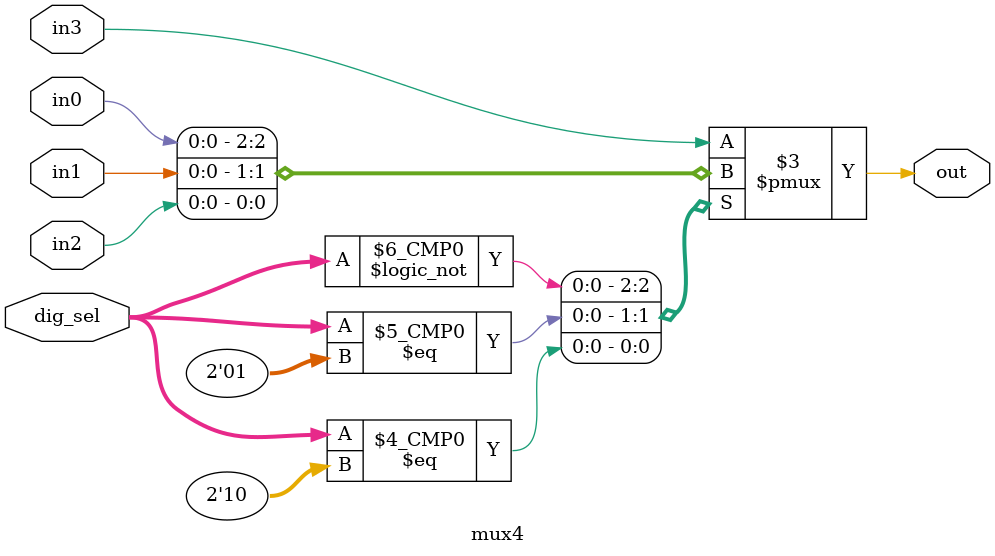
<source format=sv>
`timescale 1ns / 1ps


module mux4
    #(parameter N=1)
    (input [N-1:0] in0, in1, in2, in3,
    input [1:0] dig_sel,
    output reg [N-1:0] out);
    
    always @*
    begin
    case(dig_sel)
    2'b00 : out<=in0;
    2'b01 : out<=in1;
    2'b10 : out<=in2;
    default : out<=in3;
    
    endcase
    end
endmodule

</source>
